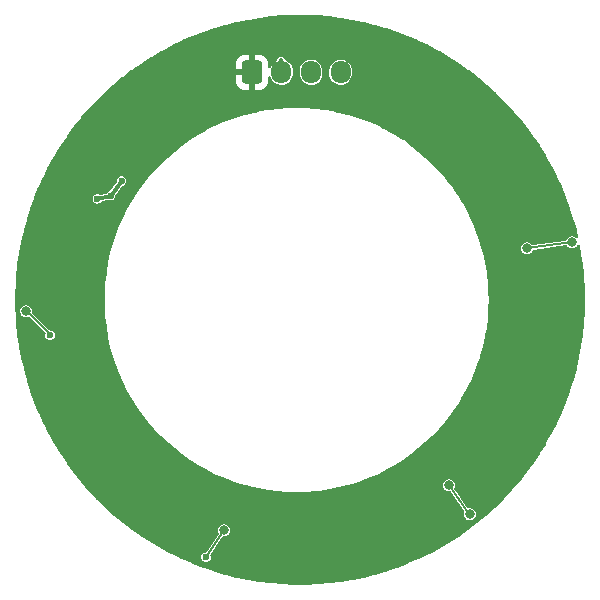
<source format=gbr>
%TF.GenerationSoftware,KiCad,Pcbnew,7.0.10*%
%TF.CreationDate,2024-06-24T13:55:56-07:00*%
%TF.ProjectId,Thermistor Ring,54686572-6d69-4737-946f-722052696e67,rev?*%
%TF.SameCoordinates,Original*%
%TF.FileFunction,Copper,L2,Bot*%
%TF.FilePolarity,Positive*%
%FSLAX46Y46*%
G04 Gerber Fmt 4.6, Leading zero omitted, Abs format (unit mm)*
G04 Created by KiCad (PCBNEW 7.0.10) date 2024-06-24 13:55:56*
%MOMM*%
%LPD*%
G01*
G04 APERTURE LIST*
G04 Aperture macros list*
%AMRoundRect*
0 Rectangle with rounded corners*
0 $1 Rounding radius*
0 $2 $3 $4 $5 $6 $7 $8 $9 X,Y pos of 4 corners*
0 Add a 4 corners polygon primitive as box body*
4,1,4,$2,$3,$4,$5,$6,$7,$8,$9,$2,$3,0*
0 Add four circle primitives for the rounded corners*
1,1,$1+$1,$2,$3*
1,1,$1+$1,$4,$5*
1,1,$1+$1,$6,$7*
1,1,$1+$1,$8,$9*
0 Add four rect primitives between the rounded corners*
20,1,$1+$1,$2,$3,$4,$5,0*
20,1,$1+$1,$4,$5,$6,$7,0*
20,1,$1+$1,$6,$7,$8,$9,0*
20,1,$1+$1,$8,$9,$2,$3,0*%
G04 Aperture macros list end*
%TA.AperFunction,ComponentPad*%
%ADD10RoundRect,0.250000X-0.600000X-0.725000X0.600000X-0.725000X0.600000X0.725000X-0.600000X0.725000X0*%
%TD*%
%TA.AperFunction,ComponentPad*%
%ADD11O,1.700000X1.950000*%
%TD*%
%TA.AperFunction,ViaPad*%
%ADD12C,0.600000*%
%TD*%
%TA.AperFunction,ViaPad*%
%ADD13C,0.800000*%
%TD*%
%TA.AperFunction,Conductor*%
%ADD14C,0.380000*%
%TD*%
%TA.AperFunction,Conductor*%
%ADD15C,0.160000*%
%TD*%
G04 APERTURE END LIST*
D10*
%TO.P,J1,1,Pin_1*%
%TO.N,GND*%
X71480530Y-36673544D03*
D11*
%TO.P,J1,2,Pin_2*%
%TO.N,/Power 3.3-5V*%
X73980530Y-36673544D03*
%TO.P,J1,3,Pin_3*%
%TO.N,/SDA*%
X76480530Y-36673544D03*
%TO.P,J1,4,Pin_4*%
%TO.N,/SCL*%
X78980530Y-36673544D03*
%TD*%
D12*
%TO.N,GND*%
X66561825Y-40828516D03*
X53525850Y-52645543D03*
X71975845Y-78265542D03*
X63391293Y-38695847D03*
X63759075Y-41371685D03*
X82895206Y-71919186D03*
X82352347Y-73215627D03*
X68806102Y-72869259D03*
X78270194Y-38451496D03*
X86865072Y-70466910D03*
X65349079Y-41591686D03*
X82243868Y-38359788D03*
X92543381Y-65139727D03*
X83902614Y-40755461D03*
X96785843Y-63025543D03*
X91773379Y-65009730D03*
X64803259Y-73815459D03*
X58579066Y-51611690D03*
X67542940Y-37801883D03*
X92281293Y-39135846D03*
X70650525Y-39343542D03*
X61260285Y-66071860D03*
X91735843Y-70325542D03*
X85834856Y-73694057D03*
X54444927Y-55953936D03*
X57995837Y-64125543D03*
X85815570Y-38019295D03*
X92507400Y-54543504D03*
X82739199Y-39983091D03*
X87206095Y-40692478D03*
X56919071Y-53261689D03*
X85215848Y-34995547D03*
X93594005Y-58735858D03*
X60398437Y-40338703D03*
X88385842Y-38325547D03*
X57219078Y-50021680D03*
X86435552Y-69509297D03*
X79585561Y-74619294D03*
X63281292Y-37815849D03*
X61051294Y-46815848D03*
X84001516Y-71119588D03*
X78445844Y-32645540D03*
X92542936Y-56037107D03*
X63322769Y-71054674D03*
X81111294Y-39935849D03*
X89861293Y-64105846D03*
X69830530Y-36693542D03*
X59682513Y-39861802D03*
X61637009Y-69099373D03*
X95535843Y-45225547D03*
X57949065Y-54541691D03*
X57857848Y-55926563D03*
X96325952Y-55718909D03*
X54973384Y-59889737D03*
X66469046Y-71342705D03*
X56285847Y-69535540D03*
X74195841Y-75505546D03*
X55076125Y-45387320D03*
X93795566Y-61469299D03*
X92855790Y-50337233D03*
X90012898Y-43972565D03*
X87209222Y-42078066D03*
X97885847Y-53675543D03*
X68362922Y-73582204D03*
X73760531Y-38993549D03*
X52435844Y-51035545D03*
X74675841Y-79705546D03*
X93791321Y-53232902D03*
X67769072Y-40151684D03*
X56669882Y-58589974D03*
X99340530Y-56013547D03*
X57833368Y-57329723D03*
X63901987Y-70502221D03*
X55216462Y-47156845D03*
X68469074Y-38791685D03*
X71530531Y-34903544D03*
X65049077Y-38194474D03*
X60214005Y-72075857D03*
X74535843Y-32705537D03*
%TO.N,/Power 3.3-5V*%
X59511081Y-47115267D03*
X60445065Y-45866379D03*
X58391958Y-47370369D03*
D13*
%TO.N,/SDA*%
X98580627Y-51058561D03*
X88166636Y-71632548D03*
X89930742Y-74080030D03*
X52352634Y-56900549D03*
X69116629Y-75442545D03*
X94770629Y-51566542D03*
D12*
X54384629Y-58932547D03*
X67592631Y-77728550D03*
%TD*%
D14*
%TO.N,/Power 3.3-5V*%
X73931832Y-35611077D02*
X73950623Y-35629872D01*
X60445065Y-45866379D02*
X59511081Y-47115267D01*
X59511081Y-47115267D02*
X59532799Y-47169220D01*
X59532799Y-47169220D02*
X58391958Y-47370369D01*
D15*
%TO.N,/SDA*%
X89930742Y-74080030D02*
X89873289Y-74069889D01*
X98580627Y-51058561D02*
X94770629Y-51566542D01*
X67592631Y-77728550D02*
X69116629Y-75442545D01*
X89873289Y-74069889D02*
X88166636Y-71632548D01*
X52352634Y-56900549D02*
X52444192Y-56900553D01*
X54384639Y-58840983D02*
X54384629Y-58932547D01*
X52444192Y-56900553D02*
X54384639Y-58840983D01*
%TD*%
%TA.AperFunction,Conductor*%
%TO.N,GND*%
G36*
X76012143Y-31807611D02*
G01*
X76108798Y-31809583D01*
X76111003Y-31809650D01*
X76993347Y-31845670D01*
X76995658Y-31845788D01*
X77092140Y-31851700D01*
X77094542Y-31851872D01*
X77974469Y-31923834D01*
X77976871Y-31924054D01*
X78073113Y-31933905D01*
X78075377Y-31934160D01*
X78951697Y-32041960D01*
X78954106Y-32042281D01*
X79049786Y-32056038D01*
X79052135Y-32056401D01*
X79923252Y-32199842D01*
X79925700Y-32200271D01*
X80020712Y-32217914D01*
X80023000Y-32218363D01*
X80887644Y-32397238D01*
X80890038Y-32397759D01*
X80984245Y-32419262D01*
X80986500Y-32419800D01*
X81843198Y-32633812D01*
X81845391Y-32634383D01*
X81938755Y-32659740D01*
X81940991Y-32660372D01*
X82788178Y-32909129D01*
X82790463Y-32909825D01*
X82882618Y-32938939D01*
X82884912Y-32939690D01*
X83721247Y-33222795D01*
X83723469Y-33223572D01*
X83814318Y-33256406D01*
X83816563Y-33257243D01*
X84640663Y-33574228D01*
X84642881Y-33575107D01*
X84732344Y-33611630D01*
X84734555Y-33612559D01*
X85544992Y-33962875D01*
X85547303Y-33963903D01*
X85635014Y-34003959D01*
X85637304Y-34005033D01*
X86432754Y-34388101D01*
X86434856Y-34389139D01*
X86521051Y-34432836D01*
X86523266Y-34433988D01*
X87302366Y-34849148D01*
X87304543Y-34850337D01*
X87388920Y-34897534D01*
X87390969Y-34898708D01*
X88152493Y-35345306D01*
X88154662Y-35346608D01*
X88236937Y-35397142D01*
X88239078Y-35398488D01*
X88424433Y-35517608D01*
X88981713Y-35875750D01*
X88983713Y-35877064D01*
X89063947Y-35930971D01*
X89065987Y-35932372D01*
X89788535Y-36439527D01*
X89790589Y-36441001D01*
X89868485Y-36498082D01*
X89870482Y-36499576D01*
X90424956Y-36923544D01*
X90571758Y-37035793D01*
X90573709Y-37037316D01*
X90649228Y-37097541D01*
X90651161Y-37099115D01*
X90710614Y-37148544D01*
X91329993Y-37663498D01*
X91331859Y-37665082D01*
X91404902Y-37728373D01*
X91406741Y-37730001D01*
X92062019Y-38321632D01*
X92063793Y-38323266D01*
X92108945Y-38365736D01*
X92134124Y-38389420D01*
X92135948Y-38391171D01*
X92766531Y-39009019D01*
X92768320Y-39010808D01*
X92835803Y-39079682D01*
X92837547Y-39081497D01*
X93442480Y-39724633D01*
X93444154Y-39726451D01*
X93508812Y-39798067D01*
X93510487Y-39799960D01*
X93673778Y-39988407D01*
X94088641Y-40467184D01*
X94090190Y-40469009D01*
X94151966Y-40543313D01*
X94153491Y-40545185D01*
X94445799Y-40911727D01*
X94703930Y-41235414D01*
X94705486Y-41237407D01*
X94764108Y-41314073D01*
X94765605Y-41316073D01*
X94968497Y-41592946D01*
X95287426Y-42028170D01*
X95288900Y-42030226D01*
X95344349Y-42109225D01*
X95345781Y-42111310D01*
X95838087Y-42844046D01*
X95839476Y-42846159D01*
X95891648Y-42927339D01*
X95892994Y-42929481D01*
X96355034Y-43681740D01*
X96356336Y-43683910D01*
X96405143Y-43767135D01*
X96406400Y-43769329D01*
X96837348Y-44539760D01*
X96838561Y-44541981D01*
X96883972Y-44627201D01*
X96885138Y-44629445D01*
X97284288Y-45416789D01*
X97285409Y-45419055D01*
X97327314Y-45506072D01*
X97328365Y-45508314D01*
X97695071Y-46311289D01*
X97696099Y-46313600D01*
X97734394Y-46402194D01*
X97735374Y-46404526D01*
X98069057Y-47221872D01*
X98069989Y-47224224D01*
X98104618Y-47314253D01*
X98105502Y-47316623D01*
X98405563Y-48146885D01*
X98406398Y-48149273D01*
X98437326Y-48240641D01*
X98438113Y-48243044D01*
X98704070Y-49084886D01*
X98704807Y-49087306D01*
X98731977Y-49179837D01*
X98732665Y-49182271D01*
X98964055Y-50034233D01*
X98964693Y-50036682D01*
X98988079Y-50130299D01*
X98988667Y-50132759D01*
X99079717Y-50531677D01*
X99075444Y-50601415D01*
X99034145Y-50657773D01*
X98968933Y-50682856D01*
X98900512Y-50668702D01*
X98891787Y-50663585D01*
X98790677Y-50598606D01*
X98652590Y-50558061D01*
X98652588Y-50558061D01*
X98508666Y-50558061D01*
X98508663Y-50558061D01*
X98370576Y-50598606D01*
X98249500Y-50676417D01*
X98249499Y-50676417D01*
X98249499Y-50676418D01*
X98236917Y-50690938D01*
X98155250Y-50785187D01*
X98111753Y-50880431D01*
X98065997Y-50933234D01*
X98015347Y-50951830D01*
X95289151Y-51315310D01*
X95220098Y-51304658D01*
X95179050Y-51273601D01*
X95163985Y-51256215D01*
X95101757Y-51184399D01*
X94980682Y-51106589D01*
X94980680Y-51106588D01*
X94980678Y-51106587D01*
X94980679Y-51106587D01*
X94842592Y-51066042D01*
X94842590Y-51066042D01*
X94698668Y-51066042D01*
X94698665Y-51066042D01*
X94560578Y-51106587D01*
X94439502Y-51184398D01*
X94345252Y-51293168D01*
X94345251Y-51293170D01*
X94285463Y-51424085D01*
X94264982Y-51566542D01*
X94285463Y-51708998D01*
X94301755Y-51744671D01*
X94345252Y-51839915D01*
X94439501Y-51948685D01*
X94560576Y-52026495D01*
X94560579Y-52026496D01*
X94560578Y-52026496D01*
X94698665Y-52067041D01*
X94698667Y-52067042D01*
X94698668Y-52067042D01*
X94842591Y-52067042D01*
X94842591Y-52067041D01*
X94980682Y-52026495D01*
X95101757Y-51948685D01*
X95196006Y-51839915D01*
X95239503Y-51744671D01*
X95285258Y-51691867D01*
X95335905Y-51673271D01*
X98062104Y-51309791D01*
X98131156Y-51320443D01*
X98172203Y-51351499D01*
X98249499Y-51440704D01*
X98370574Y-51518514D01*
X98370577Y-51518515D01*
X98370576Y-51518515D01*
X98508663Y-51559060D01*
X98508665Y-51559061D01*
X98508666Y-51559061D01*
X98652589Y-51559061D01*
X98652589Y-51559060D01*
X98790680Y-51518514D01*
X98911755Y-51440704D01*
X99006004Y-51331934D01*
X99016469Y-51309018D01*
X99062222Y-51256215D01*
X99129261Y-51236530D01*
X99196301Y-51256214D01*
X99242057Y-51309017D01*
X99251179Y-51337891D01*
X99366854Y-51960833D01*
X99367290Y-51963325D01*
X99382966Y-52058526D01*
X99383352Y-52061026D01*
X99508989Y-52934848D01*
X99509323Y-52937354D01*
X99521102Y-53033101D01*
X99521385Y-53035615D01*
X99573604Y-53545790D01*
X99611283Y-53913908D01*
X99611505Y-53916324D01*
X99618094Y-53996891D01*
X99619370Y-54012492D01*
X99619550Y-54015014D01*
X99673548Y-54896222D01*
X99673677Y-54898749D01*
X99677612Y-54995149D01*
X99677689Y-54997676D01*
X99696682Y-55928537D01*
X99696682Y-55933597D01*
X99677689Y-56864458D01*
X99677612Y-56866985D01*
X99673677Y-56963385D01*
X99673548Y-56965912D01*
X99619550Y-57847120D01*
X99619370Y-57849642D01*
X99611506Y-57945793D01*
X99611283Y-57948226D01*
X99521386Y-58826518D01*
X99521102Y-58829033D01*
X99509323Y-58924780D01*
X99508989Y-58927286D01*
X99383352Y-59801108D01*
X99382966Y-59803608D01*
X99367290Y-59898809D01*
X99366854Y-59901301D01*
X99205683Y-60769250D01*
X99205196Y-60771732D01*
X99185639Y-60866267D01*
X99185101Y-60868738D01*
X98988667Y-61729375D01*
X98988079Y-61731835D01*
X98964693Y-61825452D01*
X98964055Y-61827901D01*
X98732665Y-62679863D01*
X98731977Y-62682297D01*
X98704807Y-62774828D01*
X98704070Y-62777248D01*
X98438113Y-63619090D01*
X98437326Y-63621493D01*
X98406398Y-63712861D01*
X98405563Y-63715249D01*
X98105502Y-64545511D01*
X98104618Y-64547881D01*
X98069989Y-64637910D01*
X98069057Y-64640262D01*
X97735374Y-65457608D01*
X97734394Y-65459940D01*
X97696099Y-65548534D01*
X97695071Y-65550845D01*
X97328365Y-66353820D01*
X97327291Y-66356112D01*
X97285409Y-66443079D01*
X97284288Y-66445345D01*
X96885138Y-67232689D01*
X96883972Y-67234933D01*
X96838561Y-67320153D01*
X96837348Y-67322374D01*
X96406400Y-68092805D01*
X96405143Y-68094999D01*
X96356336Y-68178224D01*
X96355034Y-68180394D01*
X95892994Y-68932653D01*
X95891648Y-68934795D01*
X95839476Y-69015975D01*
X95838087Y-69018088D01*
X95345781Y-69750824D01*
X95344349Y-69752909D01*
X95288900Y-69831908D01*
X95287426Y-69833964D01*
X94765625Y-70546035D01*
X94764108Y-70548061D01*
X94705486Y-70624727D01*
X94703930Y-70626720D01*
X94153526Y-71316906D01*
X94151929Y-71318867D01*
X94090234Y-71393073D01*
X94088597Y-71395002D01*
X93510487Y-72062174D01*
X93508812Y-72064067D01*
X93444154Y-72135683D01*
X93442439Y-72137545D01*
X92837555Y-72780628D01*
X92835803Y-72782452D01*
X92768320Y-72851326D01*
X92766531Y-72853115D01*
X92135948Y-73470963D01*
X92134124Y-73472714D01*
X92063836Y-73538828D01*
X92061975Y-73540543D01*
X91406768Y-74132109D01*
X91404874Y-74133785D01*
X91331890Y-74197026D01*
X91329961Y-74198663D01*
X90651161Y-74763019D01*
X90649200Y-74764616D01*
X90573752Y-74824784D01*
X90571758Y-74826341D01*
X89870511Y-75362536D01*
X89868485Y-75364052D01*
X89790589Y-75421133D01*
X89788535Y-75422607D01*
X89065987Y-75929762D01*
X89063902Y-75931194D01*
X88983791Y-75985019D01*
X88981676Y-75986408D01*
X88239078Y-76463646D01*
X88236937Y-76464992D01*
X88154662Y-76515526D01*
X88152493Y-76516828D01*
X87391042Y-76963384D01*
X87388846Y-76964642D01*
X87304564Y-77011785D01*
X87302345Y-77012997D01*
X86523266Y-77428146D01*
X86521023Y-77429312D01*
X86434975Y-77472936D01*
X86432705Y-77474057D01*
X85637304Y-77857101D01*
X85635014Y-77858175D01*
X85547303Y-77898231D01*
X85544992Y-77899259D01*
X84734615Y-78249549D01*
X84732283Y-78250529D01*
X84642946Y-78287001D01*
X84640594Y-78287933D01*
X83816640Y-78604862D01*
X83814270Y-78605746D01*
X83723533Y-78638539D01*
X83721146Y-78639374D01*
X82884967Y-78922426D01*
X82882563Y-78923213D01*
X82790528Y-78952289D01*
X82788108Y-78953026D01*
X81941091Y-79201733D01*
X81938657Y-79202421D01*
X81845516Y-79227718D01*
X81843068Y-79228356D01*
X80986602Y-79442309D01*
X80984141Y-79442897D01*
X80890076Y-79464366D01*
X80887605Y-79464904D01*
X80023097Y-79643752D01*
X80020614Y-79644239D01*
X79925721Y-79661859D01*
X79923230Y-79662295D01*
X79052212Y-79805721D01*
X79049712Y-79806107D01*
X78954153Y-79819846D01*
X78951646Y-79820180D01*
X78075511Y-79927958D01*
X78072996Y-79928242D01*
X77976921Y-79938075D01*
X77974403Y-79938306D01*
X77094600Y-80010257D01*
X77092078Y-80010438D01*
X76995768Y-80016340D01*
X76993241Y-80016469D01*
X76111164Y-80052479D01*
X76108636Y-80052556D01*
X76018249Y-80054400D01*
X76012142Y-80054525D01*
X76009614Y-80054551D01*
X75126848Y-80054551D01*
X75124319Y-80054525D01*
X75117264Y-80054381D01*
X75027824Y-80052556D01*
X75025296Y-80052479D01*
X74143219Y-80016469D01*
X74140692Y-80016340D01*
X74044382Y-80010438D01*
X74041860Y-80010257D01*
X73162057Y-79938306D01*
X73159539Y-79938075D01*
X73063464Y-79928242D01*
X73060949Y-79927958D01*
X72184814Y-79820180D01*
X72182307Y-79819846D01*
X72086748Y-79806107D01*
X72084248Y-79805721D01*
X71213230Y-79662295D01*
X71210739Y-79661859D01*
X71115846Y-79644239D01*
X71113363Y-79643752D01*
X70248855Y-79464904D01*
X70246384Y-79464366D01*
X70152319Y-79442897D01*
X70149858Y-79442309D01*
X69293392Y-79228356D01*
X69290944Y-79227718D01*
X69197803Y-79202421D01*
X69195369Y-79201733D01*
X68348352Y-78953026D01*
X68345932Y-78952289D01*
X68253897Y-78923213D01*
X68251493Y-78922426D01*
X67415314Y-78639374D01*
X67412927Y-78638539D01*
X67322190Y-78605746D01*
X67319820Y-78604862D01*
X66495866Y-78287933D01*
X66493514Y-78287001D01*
X66404177Y-78250529D01*
X66401845Y-78249549D01*
X65591468Y-77899259D01*
X65589157Y-77898231D01*
X65501446Y-77858175D01*
X65499156Y-77857101D01*
X65232223Y-77728553D01*
X67187139Y-77728553D01*
X67206983Y-77853850D01*
X67206983Y-77853851D01*
X67219862Y-77879126D01*
X67264581Y-77966892D01*
X67264583Y-77966894D01*
X67264585Y-77966897D01*
X67354283Y-78056595D01*
X67354285Y-78056596D01*
X67354289Y-78056600D01*
X67467327Y-78114196D01*
X67467328Y-78114196D01*
X67467330Y-78114197D01*
X67592628Y-78134042D01*
X67592631Y-78134042D01*
X67592634Y-78134042D01*
X67717931Y-78114197D01*
X67717932Y-78114197D01*
X67717933Y-78114196D01*
X67717935Y-78114196D01*
X67830973Y-78056600D01*
X67920681Y-77966892D01*
X67978277Y-77853854D01*
X67978277Y-77853852D01*
X67978278Y-77853851D01*
X67978278Y-77853850D01*
X67998123Y-77728553D01*
X67998123Y-77728546D01*
X67978278Y-77603249D01*
X67978278Y-77603248D01*
X67974333Y-77595506D01*
X67961437Y-77526836D01*
X67981643Y-77470429D01*
X68963086Y-75998261D01*
X69016650Y-75953401D01*
X69066259Y-75943045D01*
X69188591Y-75943045D01*
X69188591Y-75943044D01*
X69326682Y-75902498D01*
X69447757Y-75824688D01*
X69542006Y-75715918D01*
X69601794Y-75585002D01*
X69622276Y-75442545D01*
X69601794Y-75300088D01*
X69542006Y-75169172D01*
X69447757Y-75060402D01*
X69326682Y-74982592D01*
X69326680Y-74982591D01*
X69326678Y-74982590D01*
X69326679Y-74982590D01*
X69188592Y-74942045D01*
X69188590Y-74942045D01*
X69044668Y-74942045D01*
X69044665Y-74942045D01*
X68906578Y-74982590D01*
X68785502Y-75060401D01*
X68691252Y-75169171D01*
X68691251Y-75169173D01*
X68631463Y-75300088D01*
X68610982Y-75442545D01*
X68631463Y-75585002D01*
X68631464Y-75585003D01*
X68673208Y-75676410D01*
X68683152Y-75745568D01*
X68663588Y-75796704D01*
X67682454Y-77268409D01*
X67628889Y-77313270D01*
X67598678Y-77322099D01*
X67467330Y-77342902D01*
X67467329Y-77342902D01*
X67391968Y-77381301D01*
X67354289Y-77400500D01*
X67354288Y-77400501D01*
X67354283Y-77400504D01*
X67264585Y-77490202D01*
X67264582Y-77490207D01*
X67206983Y-77603248D01*
X67206983Y-77603249D01*
X67187139Y-77728546D01*
X67187139Y-77728553D01*
X65232223Y-77728553D01*
X64703755Y-77474057D01*
X64701528Y-77472957D01*
X64660476Y-77452145D01*
X64615437Y-77429312D01*
X64613194Y-77428146D01*
X63834115Y-77012997D01*
X63831896Y-77011785D01*
X63747614Y-76964642D01*
X63745418Y-76963384D01*
X62983967Y-76516828D01*
X62981798Y-76515526D01*
X62899523Y-76464992D01*
X62897382Y-76463646D01*
X62154784Y-75986408D01*
X62152703Y-75985041D01*
X62072555Y-75931192D01*
X62070473Y-75929762D01*
X61347925Y-75422607D01*
X61345871Y-75421133D01*
X61267975Y-75364052D01*
X61265949Y-75362536D01*
X60564702Y-74826341D01*
X60562708Y-74824784D01*
X60487260Y-74764616D01*
X60485299Y-74763019D01*
X59806499Y-74198663D01*
X59804570Y-74197026D01*
X59731586Y-74133785D01*
X59729692Y-74132109D01*
X59074451Y-73540512D01*
X59072660Y-73538861D01*
X59034158Y-73502646D01*
X59002336Y-73472714D01*
X59000512Y-73470963D01*
X58369929Y-72853115D01*
X58368140Y-72851326D01*
X58300657Y-72782452D01*
X58298905Y-72780628D01*
X57751558Y-72198715D01*
X57693973Y-72137493D01*
X57692306Y-72135683D01*
X57627648Y-72064067D01*
X57625973Y-72062174D01*
X57377138Y-71775004D01*
X57047806Y-71394935D01*
X57046286Y-71393143D01*
X56984477Y-71318800D01*
X56982987Y-71316972D01*
X56432526Y-70626716D01*
X56430974Y-70624727D01*
X56420079Y-70610479D01*
X56372319Y-70548017D01*
X56370879Y-70546094D01*
X55849025Y-69833951D01*
X55847560Y-69831908D01*
X55792111Y-69752909D01*
X55790679Y-69750824D01*
X55298373Y-69018088D01*
X55296984Y-69015975D01*
X55287250Y-69000829D01*
X55244768Y-68934726D01*
X55243511Y-68932724D01*
X54781412Y-68180371D01*
X54780124Y-68178224D01*
X54731317Y-68094999D01*
X54730060Y-68092805D01*
X54672085Y-67989159D01*
X54299070Y-67322298D01*
X54297940Y-67320229D01*
X54252467Y-67234893D01*
X54251344Y-67232733D01*
X53852160Y-66445321D01*
X53851080Y-66443139D01*
X53809107Y-66355981D01*
X53808144Y-66353924D01*
X53441365Y-65550791D01*
X53440384Y-65548586D01*
X53402048Y-65459898D01*
X53401104Y-65457652D01*
X53067364Y-64640164D01*
X53066511Y-64638011D01*
X53031808Y-64547790D01*
X53030992Y-64545602D01*
X52730882Y-63715206D01*
X52730078Y-63712907D01*
X52699134Y-63621493D01*
X52698347Y-63619090D01*
X52670005Y-63529380D01*
X52432362Y-62777156D01*
X52431681Y-62774922D01*
X52404445Y-62682164D01*
X52403832Y-62679997D01*
X52172377Y-61827795D01*
X52171795Y-61825561D01*
X52148362Y-61731757D01*
X52147807Y-61729434D01*
X51951353Y-60868714D01*
X51950821Y-60866267D01*
X51931264Y-60771732D01*
X51930777Y-60769250D01*
X51769589Y-59901205D01*
X51769184Y-59898893D01*
X51753484Y-59803545D01*
X51753120Y-59801187D01*
X51627457Y-58927187D01*
X51627152Y-58924894D01*
X51615336Y-58828843D01*
X51615093Y-58826692D01*
X51525159Y-57948034D01*
X51524970Y-57945987D01*
X51517078Y-57849485D01*
X51516914Y-57847186D01*
X51462905Y-56965788D01*
X51462789Y-56963508D01*
X51460219Y-56900549D01*
X51846987Y-56900549D01*
X51867468Y-57043005D01*
X51885870Y-57083299D01*
X51927257Y-57173922D01*
X52021506Y-57282692D01*
X52142581Y-57360502D01*
X52142584Y-57360503D01*
X52142583Y-57360503D01*
X52249741Y-57391966D01*
X52253127Y-57392961D01*
X52280670Y-57401048D01*
X52280672Y-57401049D01*
X52280673Y-57401049D01*
X52424595Y-57401049D01*
X52558723Y-57361666D01*
X52628592Y-57361666D01*
X52681336Y-57392960D01*
X53186146Y-57897765D01*
X53968952Y-58680565D01*
X54002437Y-58741888D01*
X53999659Y-58797470D01*
X54000509Y-58797605D01*
X53999258Y-58805500D01*
X53999206Y-58806552D01*
X53998983Y-58807237D01*
X53979137Y-58932544D01*
X53979137Y-58932550D01*
X53998981Y-59057847D01*
X53998981Y-59057848D01*
X53998983Y-59057851D01*
X54056579Y-59170889D01*
X54056581Y-59170891D01*
X54056583Y-59170894D01*
X54146281Y-59260592D01*
X54146283Y-59260593D01*
X54146287Y-59260597D01*
X54259325Y-59318193D01*
X54259326Y-59318193D01*
X54259328Y-59318194D01*
X54384626Y-59338039D01*
X54384629Y-59338039D01*
X54384632Y-59338039D01*
X54509929Y-59318194D01*
X54509930Y-59318194D01*
X54509931Y-59318193D01*
X54509933Y-59318193D01*
X54622971Y-59260597D01*
X54712679Y-59170889D01*
X54770275Y-59057851D01*
X54770275Y-59057849D01*
X54770276Y-59057848D01*
X54770276Y-59057847D01*
X54790121Y-58932550D01*
X54790121Y-58932543D01*
X54770276Y-58807246D01*
X54770276Y-58807245D01*
X54765295Y-58797470D01*
X54712679Y-58694205D01*
X54712675Y-58694201D01*
X54712674Y-58694199D01*
X54622976Y-58604501D01*
X54622973Y-58604499D01*
X54622971Y-58604497D01*
X54509933Y-58546901D01*
X54509932Y-58546900D01*
X54509929Y-58546899D01*
X54384632Y-58527055D01*
X54377338Y-58527055D01*
X54310299Y-58507370D01*
X54289657Y-58490737D01*
X52882206Y-57083299D01*
X52848721Y-57021976D01*
X52847149Y-56977972D01*
X52858281Y-56900549D01*
X52837799Y-56758092D01*
X52778011Y-56627176D01*
X52683762Y-56518406D01*
X52562687Y-56440596D01*
X52562685Y-56440595D01*
X52562683Y-56440594D01*
X52562684Y-56440594D01*
X52424597Y-56400049D01*
X52424595Y-56400049D01*
X52280673Y-56400049D01*
X52280670Y-56400049D01*
X52142583Y-56440594D01*
X52021507Y-56518405D01*
X51927257Y-56627175D01*
X51927256Y-56627177D01*
X51867468Y-56758092D01*
X51846987Y-56900549D01*
X51460219Y-56900549D01*
X51458845Y-56866895D01*
X51458773Y-56864550D01*
X51440764Y-55981844D01*
X51440738Y-55979315D01*
X51440738Y-55936575D01*
X59004094Y-55936575D01*
X59004444Y-55940231D01*
X59023574Y-56719421D01*
X59023396Y-56723093D01*
X59023612Y-56726127D01*
X59023877Y-56731510D01*
X59023972Y-56734972D01*
X59024531Y-56738663D01*
X59081864Y-57515939D01*
X59081887Y-57519597D01*
X59082140Y-57521654D01*
X59082729Y-57527628D01*
X59082903Y-57529988D01*
X59083617Y-57533640D01*
X59179077Y-58307575D01*
X59179270Y-58311265D01*
X59179700Y-58313758D01*
X59180551Y-58319498D01*
X59180898Y-58322287D01*
X59181805Y-58325916D01*
X59287062Y-58932550D01*
X59314920Y-59093109D01*
X59315041Y-59093803D01*
X59315411Y-59097470D01*
X59315982Y-59100030D01*
X59317102Y-59105664D01*
X59318281Y-59112408D01*
X59319707Y-59117581D01*
X59319939Y-59118919D01*
X59319941Y-59118932D01*
X59494695Y-59897129D01*
X59494698Y-59897141D01*
X59707421Y-60665839D01*
X59707426Y-60665854D01*
X59957620Y-61423172D01*
X59957626Y-61423188D01*
X60244652Y-62167284D01*
X60244675Y-62167341D01*
X60567873Y-62896481D01*
X60567877Y-62896489D01*
X60926474Y-63608888D01*
X60926487Y-63608913D01*
X61319610Y-64302871D01*
X61319630Y-64302905D01*
X61746328Y-64976740D01*
X61746332Y-64976746D01*
X62205573Y-65628816D01*
X62205576Y-65628821D01*
X62696294Y-66257616D01*
X63217242Y-66861541D01*
X63217249Y-66861548D01*
X63217251Y-66861550D01*
X63767220Y-67439204D01*
X64344877Y-67989168D01*
X64467564Y-68094999D01*
X64948822Y-68510138D01*
X65577576Y-69000829D01*
X65577575Y-69000829D01*
X65577585Y-69000836D01*
X65577594Y-69000843D01*
X66229680Y-69460092D01*
X66229696Y-69460103D01*
X66816843Y-69831908D01*
X66903536Y-69886805D01*
X67597512Y-70279935D01*
X68309938Y-70638541D01*
X69039103Y-70961759D01*
X69783249Y-71248814D01*
X70540580Y-71498994D01*
X71309273Y-71711725D01*
X71309292Y-71711729D01*
X71309295Y-71711730D01*
X71591077Y-71775004D01*
X72087490Y-71886473D01*
X72536973Y-71964468D01*
X72873303Y-72022829D01*
X72873317Y-72022831D01*
X72873340Y-72022835D01*
X73664934Y-72120467D01*
X74460359Y-72179144D01*
X75257710Y-72198715D01*
X76055056Y-72179142D01*
X76850487Y-72120467D01*
X76850503Y-72120465D01*
X76850504Y-72120465D01*
X77077228Y-72092501D01*
X77642078Y-72022833D01*
X77642101Y-72022828D01*
X77642122Y-72022826D01*
X77965253Y-71966757D01*
X78427928Y-71886477D01*
X79206134Y-71711726D01*
X79492247Y-71632548D01*
X87660989Y-71632548D01*
X87681470Y-71775004D01*
X87741258Y-71905919D01*
X87741259Y-71905921D01*
X87835508Y-72014691D01*
X87956583Y-72092501D01*
X87956586Y-72092502D01*
X87956585Y-72092502D01*
X88094672Y-72133047D01*
X88094674Y-72133048D01*
X88232190Y-72133048D01*
X88299229Y-72152733D01*
X88333765Y-72185924D01*
X89450172Y-73780309D01*
X89472499Y-73846514D01*
X89461391Y-73902943D01*
X89445578Y-73937566D01*
X89445576Y-73937573D01*
X89425095Y-74080030D01*
X89445576Y-74222486D01*
X89505364Y-74353401D01*
X89505365Y-74353403D01*
X89599614Y-74462173D01*
X89720689Y-74539983D01*
X89720692Y-74539984D01*
X89720691Y-74539984D01*
X89858778Y-74580529D01*
X89858780Y-74580530D01*
X89858781Y-74580530D01*
X90002704Y-74580530D01*
X90002704Y-74580529D01*
X90140795Y-74539983D01*
X90261870Y-74462173D01*
X90356119Y-74353403D01*
X90415907Y-74222487D01*
X90436389Y-74080030D01*
X90415907Y-73937573D01*
X90356119Y-73806657D01*
X90261870Y-73697887D01*
X90140795Y-73620077D01*
X90140793Y-73620076D01*
X90140791Y-73620075D01*
X90140792Y-73620075D01*
X90002705Y-73579530D01*
X90002703Y-73579530D01*
X89858781Y-73579530D01*
X89858776Y-73579530D01*
X89854217Y-73580869D01*
X89784347Y-73580865D01*
X89725571Y-73543087D01*
X89717714Y-73533014D01*
X88739287Y-72135683D01*
X88627328Y-71975791D01*
X88605002Y-71909586D01*
X88616110Y-71853156D01*
X88651801Y-71775004D01*
X88660899Y-71711723D01*
X88672283Y-71632548D01*
X88651801Y-71490091D01*
X88592013Y-71359175D01*
X88497764Y-71250405D01*
X88376689Y-71172595D01*
X88376687Y-71172594D01*
X88376685Y-71172593D01*
X88376686Y-71172593D01*
X88238599Y-71132048D01*
X88238597Y-71132048D01*
X88094675Y-71132048D01*
X88094672Y-71132048D01*
X87956585Y-71172593D01*
X87835509Y-71250404D01*
X87741259Y-71359174D01*
X87741258Y-71359176D01*
X87681470Y-71490091D01*
X87660989Y-71632548D01*
X79492247Y-71632548D01*
X79974833Y-71498999D01*
X80732168Y-71248813D01*
X81476312Y-70961755D01*
X82205481Y-70638544D01*
X82917901Y-70279931D01*
X83611877Y-69886805D01*
X84285725Y-69460094D01*
X84937819Y-69000840D01*
X85566598Y-68510139D01*
X86170542Y-67989170D01*
X86748192Y-67439197D01*
X87298162Y-66861548D01*
X87819127Y-66257606D01*
X88309825Y-65628833D01*
X88309825Y-65628832D01*
X88310763Y-65627631D01*
X88310885Y-65627726D01*
X88319380Y-65618104D01*
X88320589Y-65616291D01*
X88322354Y-65613714D01*
X88774640Y-64971525D01*
X88777149Y-64968482D01*
X88778464Y-64966396D01*
X88782192Y-64960818D01*
X88783572Y-64958868D01*
X88785431Y-64955380D01*
X88986402Y-64638011D01*
X89201828Y-64297812D01*
X89204235Y-64294595D01*
X89205483Y-64292376D01*
X89209045Y-64286436D01*
X89210216Y-64284600D01*
X89211903Y-64281025D01*
X89595554Y-63603780D01*
X89597793Y-63600460D01*
X89598985Y-63598078D01*
X89602186Y-63592089D01*
X89603501Y-63589783D01*
X89605018Y-63586072D01*
X89954630Y-62891526D01*
X89956779Y-62887998D01*
X89957859Y-62885534D01*
X89960898Y-62879106D01*
X89962012Y-62876914D01*
X89963370Y-62873064D01*
X90006873Y-62774922D01*
X90278558Y-62162002D01*
X90280499Y-62158416D01*
X90281396Y-62156063D01*
X90284119Y-62149489D01*
X90285144Y-62147201D01*
X90286310Y-62143286D01*
X90566302Y-61417445D01*
X90568008Y-61413868D01*
X90568812Y-61411415D01*
X90571057Y-61405139D01*
X90571868Y-61403048D01*
X90572819Y-61399261D01*
X90764448Y-60819202D01*
X90817097Y-60659830D01*
X90818622Y-60656174D01*
X90819282Y-60653768D01*
X90821234Y-60647335D01*
X90821957Y-60645164D01*
X90822720Y-60641314D01*
X91030278Y-59891274D01*
X91031652Y-59887504D01*
X91032272Y-59884715D01*
X91033893Y-59878247D01*
X91034541Y-59875926D01*
X91035113Y-59872030D01*
X91205664Y-59112536D01*
X91206829Y-59108744D01*
X91207273Y-59106150D01*
X91208582Y-59099575D01*
X91209151Y-59097067D01*
X91209529Y-59093109D01*
X91237389Y-58932550D01*
X91342609Y-58326160D01*
X91343553Y-58322417D01*
X91343879Y-58319762D01*
X91344805Y-58313519D01*
X91345287Y-58310755D01*
X91345467Y-58306864D01*
X91440762Y-57534229D01*
X91441542Y-57530331D01*
X91441699Y-57528112D01*
X91442384Y-57521175D01*
X91442634Y-57519201D01*
X91442636Y-57515262D01*
X91499900Y-56738936D01*
X91500501Y-56735028D01*
X91500571Y-56732044D01*
X91500887Y-56725622D01*
X91501104Y-56722734D01*
X91500892Y-56718794D01*
X91519989Y-55940876D01*
X91520386Y-55936953D01*
X91520318Y-55934392D01*
X91520318Y-55927763D01*
X91520379Y-55925453D01*
X91519997Y-55921579D01*
X91500898Y-55143634D01*
X91501120Y-55139661D01*
X91500884Y-55136503D01*
X91500571Y-55130122D01*
X91500508Y-55127415D01*
X91499924Y-55123549D01*
X91442653Y-54347135D01*
X91442658Y-54343177D01*
X91442373Y-54340921D01*
X91441701Y-54334101D01*
X91441560Y-54332106D01*
X91440802Y-54328267D01*
X91395921Y-53964371D01*
X91345484Y-53555432D01*
X91345306Y-53551473D01*
X91344836Y-53548796D01*
X91343864Y-53542240D01*
X91343572Y-53539835D01*
X91342615Y-53536033D01*
X91209552Y-52769195D01*
X91209179Y-52765223D01*
X91208579Y-52762581D01*
X91207271Y-52756010D01*
X91206888Y-52753772D01*
X91205755Y-52750036D01*
X91035143Y-51990267D01*
X91034581Y-51986404D01*
X91033861Y-51983817D01*
X91032294Y-51977558D01*
X91031720Y-51974987D01*
X91030395Y-51971308D01*
X90822730Y-51220883D01*
X90821975Y-51217069D01*
X90821190Y-51214703D01*
X90819311Y-51208508D01*
X90818604Y-51205939D01*
X90817090Y-51202309D01*
X90710757Y-50880431D01*
X90572846Y-50462963D01*
X90571903Y-50459194D01*
X90571045Y-50456981D01*
X90568836Y-50450806D01*
X90568082Y-50448511D01*
X90566408Y-50444978D01*
X90286344Y-49718953D01*
X90285223Y-49715175D01*
X90283930Y-49712262D01*
X90281542Y-49706496D01*
X90280569Y-49703968D01*
X90278737Y-49700555D01*
X89963371Y-48989096D01*
X89962065Y-48985391D01*
X89960711Y-48982706D01*
X89958018Y-48977011D01*
X89956890Y-48974461D01*
X89954874Y-48971116D01*
X89852094Y-48766931D01*
X89605084Y-48276213D01*
X89603595Y-48272560D01*
X89602048Y-48269832D01*
X89599093Y-48264303D01*
X89598139Y-48262404D01*
X89596069Y-48259281D01*
X89310976Y-47756016D01*
X89212045Y-47581376D01*
X89210425Y-47577925D01*
X89208752Y-47575277D01*
X89205748Y-47570266D01*
X89204282Y-47567684D01*
X89202024Y-47564647D01*
X88984964Y-47221872D01*
X88785551Y-46906963D01*
X88783722Y-46903516D01*
X88782064Y-46901164D01*
X88778582Y-46895953D01*
X88777512Y-46894260D01*
X88775158Y-46891363D01*
X88322385Y-46248484D01*
X88320550Y-46245803D01*
X88319907Y-46244837D01*
X88319747Y-46244997D01*
X88302302Y-46227522D01*
X88301999Y-46227397D01*
X88301996Y-46227396D01*
X88296197Y-46224991D01*
X88245945Y-46186739D01*
X87819137Y-45639830D01*
X87808964Y-45628037D01*
X87298165Y-45035880D01*
X86748191Y-44458233D01*
X86170536Y-43908263D01*
X85566593Y-43387295D01*
X85019678Y-42960478D01*
X84981378Y-42910109D01*
X84979377Y-42905269D01*
X84979026Y-42904420D01*
X84979025Y-42904419D01*
X84978902Y-42904121D01*
X84978901Y-42904120D01*
X84978901Y-42904119D01*
X84961798Y-42886987D01*
X84961180Y-42886574D01*
X84949233Y-42874627D01*
X84947211Y-42872556D01*
X84944819Y-42870913D01*
X84329178Y-42437329D01*
X84302122Y-42418274D01*
X84299244Y-42415927D01*
X84297237Y-42414655D01*
X84292242Y-42411317D01*
X84290144Y-42409840D01*
X84286819Y-42408056D01*
X83814982Y-42109273D01*
X83628638Y-41991273D01*
X83625565Y-41988989D01*
X83623131Y-41987610D01*
X83617924Y-41984489D01*
X83616129Y-41983352D01*
X83612796Y-41981755D01*
X82934140Y-41597294D01*
X82931060Y-41595249D01*
X82928824Y-41594121D01*
X82923656Y-41591358D01*
X82921160Y-41589946D01*
X82917653Y-41588496D01*
X82593900Y-41425533D01*
X82222273Y-41238472D01*
X82219001Y-41236496D01*
X82216081Y-41235198D01*
X82210806Y-41232702D01*
X82208387Y-41231487D01*
X82204860Y-41230221D01*
X81492751Y-40914565D01*
X81489386Y-40912760D01*
X81486711Y-40911727D01*
X81481150Y-40909423D01*
X81478713Y-40908343D01*
X81475084Y-40907241D01*
X80748153Y-40626833D01*
X80744739Y-40625221D01*
X80742262Y-40624403D01*
X80736580Y-40622370D01*
X80734644Y-40621623D01*
X80731085Y-40620709D01*
X79990471Y-40376046D01*
X79987030Y-40374628D01*
X79984448Y-40373910D01*
X79978907Y-40372229D01*
X79976713Y-40371506D01*
X79973130Y-40370775D01*
X79221906Y-40162880D01*
X79218368Y-40161608D01*
X79215405Y-40160939D01*
X79209829Y-40159542D01*
X79207458Y-40158889D01*
X79203842Y-40158337D01*
X78443132Y-39987512D01*
X78439565Y-39986434D01*
X78436813Y-39985953D01*
X78431179Y-39984833D01*
X78428619Y-39984261D01*
X78424953Y-39983892D01*
X77657059Y-39850654D01*
X77653430Y-39849747D01*
X77650643Y-39849400D01*
X77644903Y-39848549D01*
X77642410Y-39848119D01*
X77638720Y-39847926D01*
X76864787Y-39752466D01*
X76861135Y-39751752D01*
X76858775Y-39751578D01*
X76852801Y-39750989D01*
X76850744Y-39750736D01*
X76847086Y-39750713D01*
X76069472Y-39693360D01*
X76065823Y-39692817D01*
X76062662Y-39692731D01*
X76057271Y-39692466D01*
X76054239Y-39692250D01*
X76050569Y-39692428D01*
X75271382Y-39673299D01*
X75267726Y-39672949D01*
X75265047Y-39673010D01*
X75259388Y-39673009D01*
X75256984Y-39672953D01*
X75253366Y-39673292D01*
X74474139Y-39692419D01*
X74470431Y-39692232D01*
X74467183Y-39692463D01*
X74461786Y-39692729D01*
X74458918Y-39692807D01*
X74455321Y-39693332D01*
X73677584Y-39750704D01*
X73673909Y-39750720D01*
X73671594Y-39751004D01*
X73665728Y-39751581D01*
X73663590Y-39751740D01*
X73659996Y-39752432D01*
X72885915Y-39847900D01*
X72882221Y-39848087D01*
X72879482Y-39848558D01*
X72873868Y-39849391D01*
X72871325Y-39849708D01*
X72867775Y-39850584D01*
X72099664Y-39983864D01*
X72096002Y-39984229D01*
X72093162Y-39984860D01*
X72087733Y-39985939D01*
X72085202Y-39986383D01*
X72081719Y-39987423D01*
X71320731Y-40158311D01*
X71317136Y-40158855D01*
X71314513Y-40159575D01*
X71309188Y-40160908D01*
X71306427Y-40161534D01*
X71302968Y-40162763D01*
X70551359Y-40370761D01*
X70547811Y-40371484D01*
X70545406Y-40372273D01*
X70540108Y-40373880D01*
X70537365Y-40374645D01*
X70533962Y-40376048D01*
X69793439Y-40620680D01*
X69789997Y-40621562D01*
X69787599Y-40622479D01*
X69782537Y-40624289D01*
X69779904Y-40625166D01*
X69776623Y-40626704D01*
X69049406Y-40907225D01*
X69045899Y-40908289D01*
X69043029Y-40909551D01*
X69038085Y-40911599D01*
X69035331Y-40912670D01*
X69032109Y-40914383D01*
X68319580Y-41230222D01*
X68316139Y-41231457D01*
X68313463Y-41232796D01*
X68308554Y-41235117D01*
X68305810Y-41236341D01*
X68302657Y-41238227D01*
X67606579Y-41588609D01*
X67603192Y-41590017D01*
X67600625Y-41591464D01*
X67595805Y-41594040D01*
X67593408Y-41595254D01*
X67590395Y-41597251D01*
X66911562Y-41981808D01*
X66908326Y-41983361D01*
X66906303Y-41984637D01*
X66901522Y-41987502D01*
X66899230Y-41988806D01*
X66896284Y-41990975D01*
X66237333Y-42408244D01*
X66234091Y-42409994D01*
X66232168Y-42411347D01*
X66227280Y-42414613D01*
X66225321Y-42415855D01*
X66222469Y-42418174D01*
X65588687Y-42864533D01*
X65580785Y-42868888D01*
X65575148Y-42874518D01*
X65571353Y-42881826D01*
X65563521Y-42894246D01*
X65560974Y-42892640D01*
X65549200Y-42916601D01*
X65534115Y-42930530D01*
X64948798Y-43387304D01*
X64344875Y-43908261D01*
X63767237Y-44458215D01*
X63767208Y-44458243D01*
X63217249Y-45035881D01*
X62696287Y-45639825D01*
X62255410Y-46204754D01*
X62223911Y-46233280D01*
X62213111Y-46240107D01*
X62205736Y-46243934D01*
X62200043Y-46249626D01*
X62195679Y-46257543D01*
X61749062Y-46891687D01*
X61746849Y-46894429D01*
X61745655Y-46896305D01*
X61742621Y-46900844D01*
X61740995Y-46903163D01*
X61739259Y-46906393D01*
X61322222Y-47564972D01*
X61320091Y-47567856D01*
X61318509Y-47570623D01*
X61315931Y-47574926D01*
X61314287Y-47577547D01*
X61312758Y-47580756D01*
X60928103Y-48259771D01*
X60926136Y-48262770D01*
X60925276Y-48264476D01*
X60922510Y-48269652D01*
X60921173Y-48272015D01*
X60919733Y-48275483D01*
X60569376Y-48971511D01*
X60567490Y-48974664D01*
X60566266Y-48977408D01*
X60563945Y-48982317D01*
X60562606Y-48984993D01*
X60561371Y-48988434D01*
X60245532Y-49700964D01*
X60243817Y-49704188D01*
X60242747Y-49706940D01*
X60240699Y-49711884D01*
X60239436Y-49714756D01*
X60238373Y-49718259D01*
X59957848Y-50445473D01*
X59956313Y-50448749D01*
X59955435Y-50451384D01*
X59953625Y-50456446D01*
X59952708Y-50458844D01*
X59951826Y-50462286D01*
X59707196Y-51202810D01*
X59705793Y-51206213D01*
X59705028Y-51208956D01*
X59703421Y-51214254D01*
X59702632Y-51216659D01*
X59701909Y-51220208D01*
X59493912Y-51971824D01*
X59492683Y-51975284D01*
X59492057Y-51978043D01*
X59490724Y-51983368D01*
X59490004Y-51985991D01*
X59489460Y-51989586D01*
X59318572Y-52750572D01*
X59317532Y-52754055D01*
X59317088Y-52756586D01*
X59316009Y-52762015D01*
X59315378Y-52764855D01*
X59315013Y-52768517D01*
X59181734Y-53536622D01*
X59180858Y-53540172D01*
X59180541Y-53542715D01*
X59179708Y-53548329D01*
X59179237Y-53551068D01*
X59179050Y-53554763D01*
X59083621Y-54328502D01*
X59082913Y-54332122D01*
X59082724Y-54334651D01*
X59082159Y-54340393D01*
X59081864Y-54342805D01*
X59081849Y-54346456D01*
X59024478Y-55124161D01*
X59023955Y-55127747D01*
X59023876Y-55130627D01*
X59023613Y-55135986D01*
X59023378Y-55139299D01*
X59023565Y-55142995D01*
X59004437Y-55922214D01*
X59004098Y-55925835D01*
X59004154Y-55928237D01*
X59004155Y-55933896D01*
X59004094Y-55936575D01*
X51440738Y-55936575D01*
X51440738Y-55882819D01*
X51440764Y-55880290D01*
X51458773Y-54997580D01*
X51458845Y-54995246D01*
X51462789Y-54898617D01*
X51462904Y-54896360D01*
X51516915Y-54014935D01*
X51517077Y-54012664D01*
X51524972Y-53916130D01*
X51525157Y-53914116D01*
X51615096Y-53035419D01*
X51615333Y-53033315D01*
X51627155Y-52937215D01*
X51627453Y-52934975D01*
X51753124Y-52060918D01*
X51753479Y-52058620D01*
X51769190Y-51963208D01*
X51769583Y-51960962D01*
X51930790Y-51092813D01*
X51931250Y-51090471D01*
X51950839Y-50995782D01*
X51951344Y-50993464D01*
X52147817Y-50132655D01*
X52148351Y-50130422D01*
X52171807Y-50036525D01*
X52172363Y-50034391D01*
X52403847Y-49182084D01*
X52404430Y-49180022D01*
X52431698Y-49087158D01*
X52432345Y-49085031D01*
X52698361Y-48242998D01*
X52699118Y-48240688D01*
X52730099Y-48149165D01*
X52730859Y-48146991D01*
X53011534Y-47370372D01*
X57986466Y-47370372D01*
X58006310Y-47495669D01*
X58006310Y-47495670D01*
X58008204Y-47499387D01*
X58063908Y-47608711D01*
X58063910Y-47608713D01*
X58063912Y-47608716D01*
X58153610Y-47698414D01*
X58153612Y-47698415D01*
X58153616Y-47698419D01*
X58266654Y-47756015D01*
X58266655Y-47756015D01*
X58266657Y-47756016D01*
X58391955Y-47775861D01*
X58391958Y-47775861D01*
X58391961Y-47775861D01*
X58517258Y-47756016D01*
X58517259Y-47756016D01*
X58517260Y-47756015D01*
X58517262Y-47756015D01*
X58630300Y-47698419D01*
X58693823Y-47634895D01*
X58755144Y-47601412D01*
X58759964Y-47600463D01*
X59333801Y-47499286D01*
X59375686Y-47502222D01*
X59376136Y-47499387D01*
X59511078Y-47520759D01*
X59511081Y-47520759D01*
X59511084Y-47520759D01*
X59636381Y-47500914D01*
X59636382Y-47500914D01*
X59636383Y-47500913D01*
X59636385Y-47500913D01*
X59749423Y-47443317D01*
X59839131Y-47353609D01*
X59896727Y-47240571D01*
X59896727Y-47240569D01*
X59896728Y-47240568D01*
X59896728Y-47240567D01*
X59916573Y-47115270D01*
X59916573Y-47105508D01*
X59919146Y-47105508D01*
X59926246Y-47050541D01*
X59940466Y-47026165D01*
X60482402Y-46301509D01*
X60538312Y-46259614D01*
X60562306Y-46253301D01*
X60570369Y-46252025D01*
X60683407Y-46194429D01*
X60773115Y-46104721D01*
X60830711Y-45991683D01*
X60830711Y-45991681D01*
X60830712Y-45991680D01*
X60830712Y-45991679D01*
X60850557Y-45866382D01*
X60850557Y-45866375D01*
X60830712Y-45741078D01*
X60830712Y-45741077D01*
X60830711Y-45741075D01*
X60773115Y-45628037D01*
X60773111Y-45628033D01*
X60773110Y-45628031D01*
X60683412Y-45538333D01*
X60683409Y-45538331D01*
X60683407Y-45538329D01*
X60570369Y-45480733D01*
X60570368Y-45480732D01*
X60570365Y-45480731D01*
X60445068Y-45460887D01*
X60445062Y-45460887D01*
X60319764Y-45480731D01*
X60319763Y-45480731D01*
X60269728Y-45506226D01*
X60206723Y-45538329D01*
X60206722Y-45538330D01*
X60206717Y-45538333D01*
X60117019Y-45628031D01*
X60117016Y-45628036D01*
X60117015Y-45628037D01*
X60111010Y-45639823D01*
X60059417Y-45741077D01*
X60059417Y-45741078D01*
X60039573Y-45866375D01*
X60039573Y-45876136D01*
X60037002Y-45876136D01*
X60029891Y-45931120D01*
X60015679Y-45955478D01*
X59473745Y-46680133D01*
X59417832Y-46722031D01*
X59393842Y-46728343D01*
X59385779Y-46729620D01*
X59385777Y-46729620D01*
X59385777Y-46729621D01*
X59272739Y-46787217D01*
X59272738Y-46787218D01*
X59272733Y-46787221D01*
X59183031Y-46876924D01*
X59183030Y-46876924D01*
X59178076Y-46886648D01*
X59130101Y-46937442D01*
X59089124Y-46952466D01*
X58658102Y-47028461D01*
X58588663Y-47020716D01*
X58580277Y-47016830D01*
X58517258Y-46984721D01*
X58517259Y-46984721D01*
X58391961Y-46964877D01*
X58391955Y-46964877D01*
X58266657Y-46984721D01*
X58266656Y-46984721D01*
X58196014Y-47020716D01*
X58153616Y-47042319D01*
X58153615Y-47042320D01*
X58153610Y-47042323D01*
X58063912Y-47132021D01*
X58063909Y-47132026D01*
X58006310Y-47245067D01*
X58006310Y-47245068D01*
X57986466Y-47370365D01*
X57986466Y-47370372D01*
X53011534Y-47370372D01*
X53031017Y-47316463D01*
X53031783Y-47314409D01*
X53066537Y-47224056D01*
X53067335Y-47222041D01*
X53401133Y-46404411D01*
X53402018Y-46402307D01*
X53440414Y-46313478D01*
X53441327Y-46311425D01*
X53808180Y-45508131D01*
X53809073Y-45506226D01*
X53851117Y-45418921D01*
X53852119Y-45416895D01*
X54251388Y-44629317D01*
X54252425Y-44627321D01*
X54297984Y-44541824D01*
X54299022Y-44539923D01*
X54730102Y-43769254D01*
X54731317Y-43767135D01*
X54780165Y-43683841D01*
X54781359Y-43681850D01*
X55243567Y-42929320D01*
X55244712Y-42927497D01*
X55297051Y-42846056D01*
X55298300Y-42844156D01*
X55790746Y-42111212D01*
X55792077Y-42109273D01*
X55847604Y-42030163D01*
X55848956Y-42028278D01*
X56370951Y-41315943D01*
X56372247Y-41314212D01*
X56431040Y-41237321D01*
X56432449Y-41235516D01*
X56983071Y-40545059D01*
X56984397Y-40543430D01*
X57046368Y-40468893D01*
X57047721Y-40467299D01*
X57626017Y-39799909D01*
X57627648Y-39798067D01*
X57692403Y-39726345D01*
X57693882Y-39724739D01*
X58299013Y-39081392D01*
X58300546Y-39079796D01*
X58368253Y-39010694D01*
X58369812Y-39009135D01*
X59000587Y-38391098D01*
X59002262Y-38389490D01*
X59072765Y-38323175D01*
X59074339Y-38321725D01*
X59729821Y-37729910D01*
X59731463Y-37728457D01*
X59804697Y-37664999D01*
X59806364Y-37663585D01*
X60485378Y-37099050D01*
X60487136Y-37097618D01*
X60562846Y-37037241D01*
X60564607Y-37035866D01*
X61266074Y-36499504D01*
X61267895Y-36498141D01*
X61345899Y-36440980D01*
X61347849Y-36439581D01*
X61370697Y-36423544D01*
X70130530Y-36423544D01*
X71076561Y-36423544D01*
X71044011Y-36474193D01*
X71005530Y-36605249D01*
X71005530Y-36741839D01*
X71044011Y-36872895D01*
X71076561Y-36923544D01*
X70130531Y-36923544D01*
X70130531Y-37448530D01*
X70141024Y-37551241D01*
X70196171Y-37717663D01*
X70196173Y-37717668D01*
X70288214Y-37866889D01*
X70412184Y-37990859D01*
X70561405Y-38082900D01*
X70561410Y-38082902D01*
X70727832Y-38138049D01*
X70727839Y-38138050D01*
X70830549Y-38148543D01*
X71230529Y-38148543D01*
X71230530Y-38148542D01*
X71230530Y-37081562D01*
X71345331Y-37133990D01*
X71446555Y-37148544D01*
X71514505Y-37148544D01*
X71615729Y-37133990D01*
X71730530Y-37081562D01*
X71730530Y-38148543D01*
X72130502Y-38148543D01*
X72130516Y-38148542D01*
X72233227Y-38138049D01*
X72399649Y-38082902D01*
X72399654Y-38082900D01*
X72548875Y-37990859D01*
X72672845Y-37866889D01*
X72764886Y-37717668D01*
X72764888Y-37717663D01*
X72820035Y-37551241D01*
X72820036Y-37551234D01*
X72830529Y-37448530D01*
X72830529Y-37117732D01*
X72850213Y-37050693D01*
X72903017Y-37004938D01*
X72972176Y-36994994D01*
X73035731Y-37024019D01*
X73072842Y-37080610D01*
X73102553Y-37175306D01*
X73102559Y-37175318D01*
X73196369Y-37344332D01*
X73196372Y-37344337D01*
X73322288Y-37491010D01*
X73322289Y-37491012D01*
X73475154Y-37609338D01*
X73475157Y-37609340D01*
X73648714Y-37694474D01*
X73648718Y-37694475D01*
X73648716Y-37694475D01*
X73835847Y-37742927D01*
X73835850Y-37742927D01*
X73835856Y-37742929D01*
X74028920Y-37752720D01*
X74220004Y-37723447D01*
X74401283Y-37656308D01*
X74565337Y-37554053D01*
X74705449Y-37420867D01*
X74815883Y-37262202D01*
X74892117Y-37084556D01*
X74931030Y-36895200D01*
X74931030Y-36846751D01*
X75530030Y-36846751D01*
X75544684Y-36990866D01*
X75602552Y-37175303D01*
X75602559Y-37175318D01*
X75696369Y-37344332D01*
X75696372Y-37344337D01*
X75822288Y-37491010D01*
X75822289Y-37491012D01*
X75975154Y-37609338D01*
X75975157Y-37609340D01*
X76148714Y-37694474D01*
X76148718Y-37694475D01*
X76148716Y-37694475D01*
X76335847Y-37742927D01*
X76335850Y-37742927D01*
X76335856Y-37742929D01*
X76528920Y-37752720D01*
X76720004Y-37723447D01*
X76901283Y-37656308D01*
X77065337Y-37554053D01*
X77205449Y-37420867D01*
X77315883Y-37262202D01*
X77392117Y-37084556D01*
X77431030Y-36895200D01*
X77431030Y-36846751D01*
X78030030Y-36846751D01*
X78044684Y-36990866D01*
X78102552Y-37175303D01*
X78102559Y-37175318D01*
X78196369Y-37344332D01*
X78196372Y-37344337D01*
X78322288Y-37491010D01*
X78322289Y-37491012D01*
X78475154Y-37609338D01*
X78475157Y-37609340D01*
X78648714Y-37694474D01*
X78648718Y-37694475D01*
X78648716Y-37694475D01*
X78835847Y-37742927D01*
X78835850Y-37742927D01*
X78835856Y-37742929D01*
X79028920Y-37752720D01*
X79220004Y-37723447D01*
X79401283Y-37656308D01*
X79565337Y-37554053D01*
X79705449Y-37420867D01*
X79815883Y-37262202D01*
X79892117Y-37084556D01*
X79931030Y-36895200D01*
X79931030Y-36500338D01*
X79928372Y-36474193D01*
X79916375Y-36356221D01*
X79858507Y-36171784D01*
X79858505Y-36171780D01*
X79858504Y-36171776D01*
X79764689Y-36002753D01*
X79764688Y-36002752D01*
X79764687Y-36002750D01*
X79638771Y-35856077D01*
X79638770Y-35856075D01*
X79485905Y-35737749D01*
X79485901Y-35737747D01*
X79478926Y-35734325D01*
X79312346Y-35652614D01*
X79312344Y-35652613D01*
X79312341Y-35652612D01*
X79312343Y-35652612D01*
X79125212Y-35604160D01*
X79125206Y-35604159D01*
X78996494Y-35597631D01*
X78932140Y-35594368D01*
X78932139Y-35594368D01*
X78932137Y-35594368D01*
X78741063Y-35623639D01*
X78741051Y-35623642D01*
X78559781Y-35690778D01*
X78559772Y-35690782D01*
X78395726Y-35793032D01*
X78255610Y-35926221D01*
X78145176Y-36084886D01*
X78068943Y-36262531D01*
X78030030Y-36451887D01*
X78030030Y-36846751D01*
X77431030Y-36846751D01*
X77431030Y-36500338D01*
X77428372Y-36474193D01*
X77416375Y-36356221D01*
X77358507Y-36171784D01*
X77358505Y-36171780D01*
X77358504Y-36171776D01*
X77264689Y-36002753D01*
X77264688Y-36002752D01*
X77264687Y-36002750D01*
X77138771Y-35856077D01*
X77138770Y-35856075D01*
X76985905Y-35737749D01*
X76985901Y-35737747D01*
X76978926Y-35734325D01*
X76812346Y-35652614D01*
X76812344Y-35652613D01*
X76812341Y-35652612D01*
X76812343Y-35652612D01*
X76625212Y-35604160D01*
X76625206Y-35604159D01*
X76496494Y-35597631D01*
X76432140Y-35594368D01*
X76432139Y-35594368D01*
X76432137Y-35594368D01*
X76241063Y-35623639D01*
X76241051Y-35623642D01*
X76059781Y-35690778D01*
X76059772Y-35690782D01*
X75895726Y-35793032D01*
X75755610Y-35926221D01*
X75645176Y-36084886D01*
X75568943Y-36262531D01*
X75530030Y-36451887D01*
X75530030Y-36846751D01*
X74931030Y-36846751D01*
X74931030Y-36500338D01*
X74928372Y-36474193D01*
X74916375Y-36356221D01*
X74858507Y-36171784D01*
X74858505Y-36171780D01*
X74858504Y-36171776D01*
X74764689Y-36002753D01*
X74764688Y-36002752D01*
X74764687Y-36002750D01*
X74638771Y-35856077D01*
X74638770Y-35856075D01*
X74485905Y-35737749D01*
X74485901Y-35737747D01*
X74479389Y-35734553D01*
X74312346Y-35652614D01*
X74312343Y-35652613D01*
X74306700Y-35649845D01*
X74307830Y-35647541D01*
X74260877Y-35612533D01*
X74239291Y-35566407D01*
X74238312Y-35562245D01*
X74238312Y-35562241D01*
X74194454Y-35462882D01*
X74118237Y-35386648D01*
X74051232Y-35340739D01*
X74051230Y-35340738D01*
X73945512Y-35315861D01*
X73837942Y-35330855D01*
X73743058Y-35383693D01*
X73743055Y-35383696D01*
X73673664Y-35467240D01*
X73650646Y-35535891D01*
X73641813Y-35562240D01*
X73639138Y-35570217D01*
X73637549Y-35581599D01*
X73636150Y-35581403D01*
X73622517Y-35637216D01*
X73571875Y-35685352D01*
X73561823Y-35689776D01*
X73559772Y-35690782D01*
X73395726Y-35793032D01*
X73255610Y-35926221D01*
X73145176Y-36084886D01*
X73068480Y-36263610D01*
X73023953Y-36317454D01*
X72957384Y-36338677D01*
X72889909Y-36320542D01*
X72842951Y-36268805D01*
X72830529Y-36214710D01*
X72830529Y-35898572D01*
X72830528Y-35898556D01*
X72820035Y-35795846D01*
X72764888Y-35629424D01*
X72764886Y-35629419D01*
X72672845Y-35480198D01*
X72548875Y-35356228D01*
X72399654Y-35264187D01*
X72399649Y-35264185D01*
X72233227Y-35209038D01*
X72233220Y-35209037D01*
X72130516Y-35198544D01*
X71730530Y-35198544D01*
X71730530Y-36265525D01*
X71615729Y-36213098D01*
X71514505Y-36198544D01*
X71446555Y-36198544D01*
X71345331Y-36213098D01*
X71230530Y-36265525D01*
X71230530Y-35198544D01*
X70830558Y-35198544D01*
X70830542Y-35198545D01*
X70727832Y-35209038D01*
X70561410Y-35264185D01*
X70561405Y-35264187D01*
X70412184Y-35356228D01*
X70288214Y-35480198D01*
X70196173Y-35629419D01*
X70196171Y-35629424D01*
X70141024Y-35795846D01*
X70141023Y-35795853D01*
X70130530Y-35898557D01*
X70130530Y-36423544D01*
X61370697Y-36423544D01*
X62070565Y-35932308D01*
X62072422Y-35931033D01*
X62152835Y-35877005D01*
X62154650Y-35875813D01*
X62897465Y-35398435D01*
X62899446Y-35397189D01*
X62981904Y-35346544D01*
X62983860Y-35345369D01*
X63745584Y-34898654D01*
X63747456Y-34897581D01*
X63832001Y-34850291D01*
X63834011Y-34849193D01*
X64613262Y-34433952D01*
X64615330Y-34432877D01*
X64701680Y-34389101D01*
X64703623Y-34388141D01*
X65499223Y-34005001D01*
X65501377Y-34003991D01*
X65589203Y-33963882D01*
X65591387Y-33962910D01*
X66401978Y-33612528D01*
X66404047Y-33611659D01*
X66493646Y-33575080D01*
X66495727Y-33574255D01*
X67319964Y-33257217D01*
X67322079Y-33256429D01*
X67413053Y-33223550D01*
X67415149Y-33222817D01*
X68251609Y-32939669D01*
X68253786Y-32938957D01*
X68346052Y-32909808D01*
X68348226Y-32909146D01*
X69195524Y-32660356D01*
X69197655Y-32659754D01*
X69291117Y-32634370D01*
X69293210Y-32633825D01*
X70150008Y-32419789D01*
X70152171Y-32419272D01*
X70246464Y-32397750D01*
X70248776Y-32397247D01*
X71113498Y-32218355D01*
X71115712Y-32217921D01*
X71210794Y-32200265D01*
X71213175Y-32199848D01*
X72084358Y-32056395D01*
X72086646Y-32056042D01*
X72182381Y-32042278D01*
X72184739Y-32041963D01*
X73061108Y-31934157D01*
X73063327Y-31933907D01*
X73159608Y-31924052D01*
X73161972Y-31923835D01*
X74041934Y-31851871D01*
X74044307Y-31851701D01*
X74140813Y-31845787D01*
X74143102Y-31845670D01*
X75025465Y-31809649D01*
X75027657Y-31809583D01*
X75124319Y-31807611D01*
X75126846Y-31807585D01*
X76009616Y-31807585D01*
X76012143Y-31807611D01*
G37*
%TD.AperFunction*%
%TD*%
M02*

</source>
